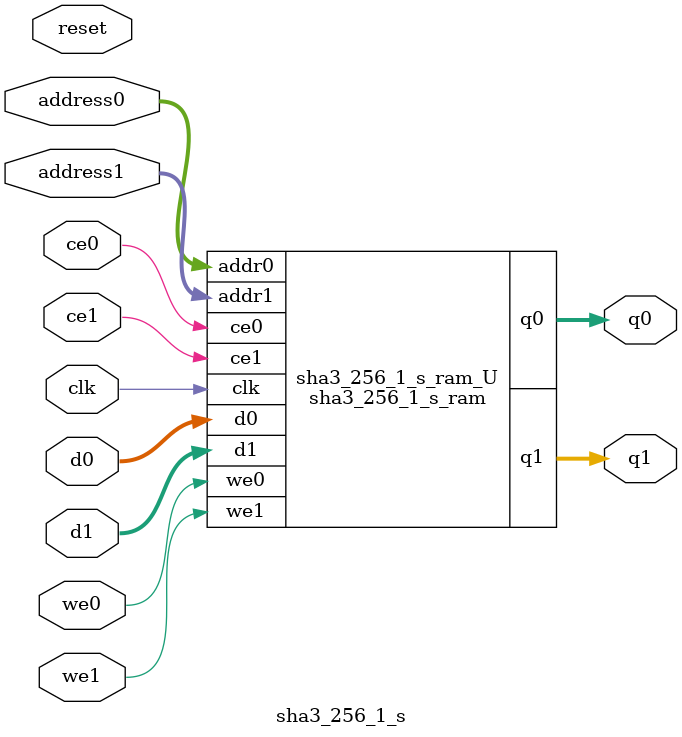
<source format=v>
`timescale 1 ns / 1 ps
module sha3_256_1_s_ram (addr0, ce0, d0, we0, q0, addr1, ce1, d1, we1, q1,  clk);

parameter DWIDTH = 64;
parameter AWIDTH = 5;
parameter MEM_SIZE = 25;

input[AWIDTH-1:0] addr0;
input ce0;
input[DWIDTH-1:0] d0;
input we0;
output reg[DWIDTH-1:0] q0;
input[AWIDTH-1:0] addr1;
input ce1;
input[DWIDTH-1:0] d1;
input we1;
output reg[DWIDTH-1:0] q1;
input clk;

(* ram_style = "block" *)reg [DWIDTH-1:0] ram[0:MEM_SIZE-1];




always @(posedge clk)  
begin 
    if (ce0) 
    begin
        if (we0) 
        begin 
            ram[addr0] <= d0; 
        end 
        q0 <= ram[addr0];
    end
end


always @(posedge clk)  
begin 
    if (ce1) 
    begin
        if (we1) 
        begin 
            ram[addr1] <= d1; 
        end 
        q1 <= ram[addr1];
    end
end


endmodule

`timescale 1 ns / 1 ps
module sha3_256_1_s(
    reset,
    clk,
    address0,
    ce0,
    we0,
    d0,
    q0,
    address1,
    ce1,
    we1,
    d1,
    q1);

parameter DataWidth = 32'd64;
parameter AddressRange = 32'd25;
parameter AddressWidth = 32'd5;
input reset;
input clk;
input[AddressWidth - 1:0] address0;
input ce0;
input we0;
input[DataWidth - 1:0] d0;
output[DataWidth - 1:0] q0;
input[AddressWidth - 1:0] address1;
input ce1;
input we1;
input[DataWidth - 1:0] d1;
output[DataWidth - 1:0] q1;



sha3_256_1_s_ram sha3_256_1_s_ram_U(
    .clk( clk ),
    .addr0( address0 ),
    .ce0( ce0 ),
    .we0( we0 ),
    .d0( d0 ),
    .q0( q0 ),
    .addr1( address1 ),
    .ce1( ce1 ),
    .we1( we1 ),
    .d1( d1 ),
    .q1( q1 ));

endmodule


</source>
